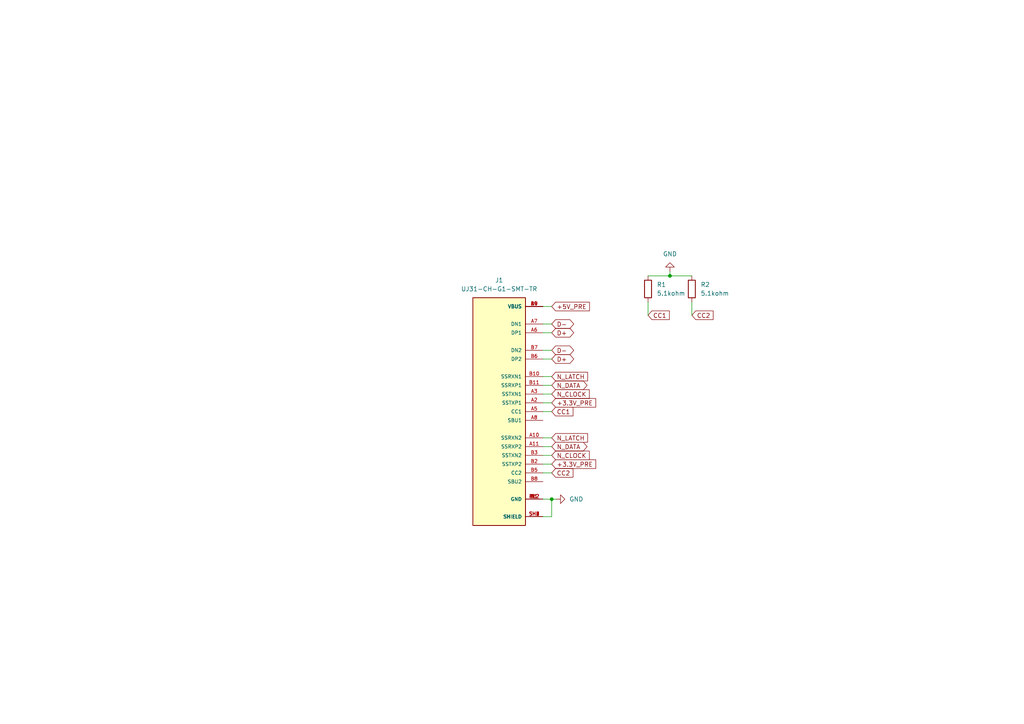
<source format=kicad_sch>
(kicad_sch (version 20230121) (generator eeschema)
  (paper "A4")
  (lib_symbols
    (symbol "Device:R" (pin_numbers hide) (pin_names (offset 0))
      (property "Reference" "R" (at 2.032 0 90))
      (property "Value" "R" (at 0 0 90))
      (symbol "R_0_1"
        (rectangle (start -1.016 -2.54) (end 1.016 2.54) (stroke (width 0.254)))
      )
      (symbol "R_1_1"
        (pin passive line (at 0 3.81 270) (length 1.27) (name "~") (number "1"))
        (pin passive line (at 0 -3.81 90) (length 1.27) (name "~") (number "2"))
      )
    )
    (symbol "hhl:UJ31-CH-G1-SMT-TR" (pin_names (offset 1.016))
      (property "Reference" "J" (at -7.6299 33.063 0))
      (property "Value" "UJ31-CH-G1-SMT-TR" (at -7.6244 -35.5807 0))
      (symbol "UJ31-CH-G1-SMT-TR_0_0"
        (rectangle (start -7.62 -33.02) (end 7.62 33.02) (stroke (width 0.254)) (fill (type background)))
        (pin power_in line (at 12.7 -25.4 180) (length 5.08) (name "GND") (number "A1"))
        (pin bidirectional line (at 12.7 -7.62 180) (length 5.08) (name "SSRXN2") (number "A10"))
        (pin bidirectional line (at 12.7 -10.16 180) (length 5.08) (name "SSRXP2") (number "A11"))
        (pin power_in line (at 12.7 -25.4 180) (length 5.08) (name "GND") (number "A12"))
        (pin bidirectional line (at 12.7 2.54 180) (length 5.08) (name "SSTXP1") (number "A2"))
        (pin bidirectional line (at 12.7 5.08 180) (length 5.08) (name "SSTXN1") (number "A3"))
        (pin power_in line (at 12.7 30.48 180) (length 5.08) (name "VBUS") (number "A4"))
        (pin bidirectional line (at 12.7 0 180) (length 5.08) (name "CC1") (number "A5"))
        (pin bidirectional line (at 12.7 22.86 180) (length 5.08) (name "DP1") (number "A6"))
        (pin bidirectional line (at 12.7 25.4 180) (length 5.08) (name "DN1") (number "A7"))
        (pin bidirectional line (at 12.7 -2.54 180) (length 5.08) (name "SBU1") (number "A8"))
        (pin power_in line (at 12.7 30.48 180) (length 5.08) (name "VBUS") (number "A9"))
        (pin power_in line (at 12.7 -25.4 180) (length 5.08) (name "GND") (number "B1"))
        (pin bidirectional line (at 12.7 10.16 180) (length 5.08) (name "SSRXN1") (number "B10"))
        (pin bidirectional line (at 12.7 7.62 180) (length 5.08) (name "SSRXP1") (number "B11"))
        (pin power_in line (at 12.7 -25.4 180) (length 5.08) (name "GND") (number "B12"))
        (pin bidirectional line (at 12.7 -15.24 180) (length 5.08) (name "SSTXP2") (number "B2"))
        (pin bidirectional line (at 12.7 -12.7 180) (length 5.08) (name "SSTXN2") (number "B3"))
        (pin power_in line (at 12.7 30.48 180) (length 5.08) (name "VBUS") (number "B4"))
        (pin bidirectional line (at 12.7 -17.78 180) (length 5.08) (name "CC2") (number "B5"))
        (pin bidirectional line (at 12.7 15.24 180) (length 5.08) (name "DP2") (number "B6"))
        (pin bidirectional line (at 12.7 17.78 180) (length 5.08) (name "DN2") (number "B7"))
        (pin bidirectional line (at 12.7 -20.32 180) (length 5.08) (name "SBU2") (number "B8"))
        (pin power_in line (at 12.7 30.48 180) (length 5.08) (name "VBUS") (number "B9"))
        (pin power_in line (at 12.7 -30.48 180) (length 5.08) (name "SHIELD") (number "SH1"))
        (pin power_in line (at 12.7 -30.48 180) (length 5.08) (name "SHIELD") (number "SH2"))
        (pin power_in line (at 12.7 -30.48 180) (length 5.08) (name "SHIELD") (number "SH3"))
        (pin power_in line (at 12.7 -30.48 180) (length 5.08) (name "SHIELD") (number "SH4"))
        (pin power_in line (at 12.7 -30.48 180) (length 5.08) (name "SHIELD") (number "SH5"))
        (pin power_in line (at 12.7 -30.48 180) (length 5.08) (name "SHIELD") (number "SH6"))
      )
    )
    (symbol "power:GND" (power) (pin_names (offset 0))
      (property "Value" "GND" (at 0 -3.81 0))
      (symbol "GND_0_1"
        (polyline (pts (xy 0 0) (xy 0 -1.27) (xy 1.27 -1.27) (xy 0 -2.54) (xy -1.27 -1.27) (xy 0 -1.27)))
      )
      (symbol "GND_1_1"
        (pin power_in line (at 0 0 270) (length 0) hide (name "GND") (number "1"))
      )
    )
  )
  (junction (at 194.31 80.01))
  (junction (at 160.02 144.78))
  (wire (pts (xy 157.48 109.22) (xy 160.02 109.22)))
  (wire (pts (xy 157.48 101.6) (xy 160.02 101.6)))
  (wire (pts (xy 157.48 134.62) (xy 160.02 134.62)))
  (wire (pts (xy 194.31 80.01) (xy 194.31 78.74)))
  (wire (pts (xy 157.48 93.98) (xy 160.02 93.98)))
  (wire (pts (xy 157.48 111.76) (xy 160.02 111.76)))
  (wire (pts (xy 160.02 144.78) (xy 161.29 144.78)))
  (wire (pts (xy 157.48 104.14) (xy 160.02 104.14)))
  (wire (pts (xy 157.48 132.08) (xy 160.02 132.08)))
  (wire (pts (xy 157.48 137.16) (xy 160.02 137.16)))
  (wire (pts (xy 160.02 149.86) (xy 160.02 144.78)))
  (wire (pts (xy 200.66 87.63) (xy 200.66 91.44)))
  (wire (pts (xy 157.48 119.38) (xy 160.02 119.38)))
  (wire (pts (xy 187.96 87.63) (xy 187.96 91.44)))
  (wire (pts (xy 157.48 116.84) (xy 160.02 116.84)))
  (wire (pts (xy 157.48 96.52) (xy 160.02 96.52)))
  (wire (pts (xy 157.48 129.54) (xy 160.02 129.54)))
  (wire (pts (xy 157.48 114.3) (xy 160.02 114.3)))
  (wire (pts (xy 194.31 80.01) (xy 200.66 80.01)))
  (wire (pts (xy 187.96 80.01) (xy 194.31 80.01)))
  (wire (pts (xy 157.48 88.9) (xy 160.02 88.9)))
  (wire (pts (xy 157.48 127) (xy 160.02 127)))
  (wire (pts (xy 157.48 149.86) (xy 160.02 149.86)))
  (wire (pts (xy 157.48 144.78) (xy 160.02 144.78)))
  (global_label "D-" (shape bidirectional) (at 160.02 101.6 0) (property "Intersheetrefs" "${INTERSHEET_REFS}" (effects hide)))
  (global_label "N_CLOCK" (shape input) (at 160.02 114.3 0) (property "Intersheetrefs" "${INTERSHEET_REFS}" (effects hide)))
  (global_label "+5V_PRE" (shape input) (at 160.02 88.9 0) (property "Intersheetrefs" "${INTERSHEET_REFS}" (effects hide)))
  (global_label "N_DATA" (shape bidirectional) (at 160.02 111.76 0) (property "Intersheetrefs" "${INTERSHEET_REFS}" (effects hide)))
  (global_label "CC1" (shape input) (at 160.02 119.38 0) (property "Intersheetrefs" "${INTERSHEET_REFS}" (effects hide)))
  (global_label "D+" (shape bidirectional) (at 160.02 104.14 0) (property "Intersheetrefs" "${INTERSHEET_REFS}" (effects hide)))
  (global_label "+3.3V_PRE" (shape input) (at 160.02 134.62 0) (property "Intersheetrefs" "${INTERSHEET_REFS}" (effects hide)))
  (global_label "N_LATCH" (shape input) (at 160.02 109.22 0) (property "Intersheetrefs" "${INTERSHEET_REFS}" (effects hide)))
  (global_label "+3.3V_PRE" (shape input) (at 160.02 116.84 0) (property "Intersheetrefs" "${INTERSHEET_REFS}" (effects hide)))
  (global_label "CC1" (shape input) (at 187.96 91.44 0) (property "Intersheetrefs" "${INTERSHEET_REFS}" (effects hide)))
  (global_label "N_CLOCK" (shape input) (at 160.02 132.08 0) (property "Intersheetrefs" "${INTERSHEET_REFS}" (effects hide)))
  (global_label "D-" (shape bidirectional) (at 160.02 93.98 0) (property "Intersheetrefs" "${INTERSHEET_REFS}" (effects hide)))
  (global_label "CC2" (shape input) (at 160.02 137.16 0) (property "Intersheetrefs" "${INTERSHEET_REFS}" (effects hide)))
  (global_label "N_DATA" (shape bidirectional) (at 160.02 129.54 0) (property "Intersheetrefs" "${INTERSHEET_REFS}" (effects hide)))
  (global_label "N_LATCH" (shape input) (at 160.02 127 0) (property "Intersheetrefs" "${INTERSHEET_REFS}" (effects hide)))
  (global_label "D+" (shape bidirectional) (at 160.02 96.52 0) (property "Intersheetrefs" "${INTERSHEET_REFS}" (effects hide)))
  (global_label "CC2" (shape input) (at 200.66 91.44 0) (property "Intersheetrefs" "${INTERSHEET_REFS}" (effects hide)))
  (symbol (lib_id "Device:R") (at 187.96 83.82 0) (unit 1)
    (property "Reference" "R1" (at 190.5 82.55 0) (effects (justify left)))
    (property "Value" "5.1kohm" (at 190.5 85.09 0) (effects (justify left)))
    (property "Footprint" "Resistor_SMD:R_0603_1608Metric" (effects hide))
  )
  (symbol (lib_id "Device:R") (at 200.66 83.82 0) (unit 1)
    (property "Reference" "R2" (at 203.2 82.55 0) (effects (justify left)))
    (property "Value" "5.1kohm" (at 203.2 85.09 0) (effects (justify left)))
    (property "Footprint" "Resistor_SMD:R_0603_1608Metric" (effects hide))
  )
  (symbol (lib_id "hhl:UJ31-CH-G1-SMT-TR") (at 144.78 119.38 0) (unit 1)
    (property "Reference" "J1" (at 144.78 81.28 0))
    (property "Value" "UJ31-CH-G1-SMT-TR" (at 144.78 83.82 0))
    (property "Footprint" "hhl:CUI_UJ31-CH-G1-SMT-TR" (effects hide))
    (property "MF" "CUI Devices" (effects hide))
    (property "Description" "Type C, USB 3.2 Gen 2, 10 Gbps, 20 Vac, 5 A, Right Angle, Surface Mount, Black Insulator, USB Receptacle" (effects hide))
    (property "Package" "None" (effects hide))
    (property "Price" "None" (effects hide))
    (property "Check_prices" "https://www.snapeda.com/parts/UJ31-CH-G1-SMT-TR/CUI+Devices/view-part/?ref=eda" (effects hide))
    (property "PART_REV" "1.01" (effects hide))
    (property "STANDARD" "MANUFACTURER RECOMMENDATIONS" (effects hide))
    (property "SnapEDA_Link" "https://www.snapeda.com/parts/UJ31-CH-G1-SMT-TR/CUI+Devices/view-part/?ref=snap" (effects hide))
    (property "MP" "UJ31-CH-G1-SMT-TR" (effects hide))
    (property "Purchase-URL" "https://www.snapeda.com/api/url_track_click_mouser/?unipart_id=2754415&manufacturer=CUI Devices&part_name=UJ31-CH-G1-SMT-TR&search_term=None" (effects hide))
    (property "CUI_purchase_URL" "https://www.cuidevices.com/product/interconnect/connectors/usb-connectors/uj31-ch-g1-smt-tr?utm_source=snapeda.com&utm_medium=referral&utm_campaign=snapedaBOM" (effects hide))
    (property "Availability" "In Stock" (effects hide))
    (property "MANUFACTURER" "CUI INC" (effects hide))
  )
  (symbol (lib_id "power:GND") (at 194.31 78.74 180) (unit 1)
    (property "Reference" "#PWR01" (effects hide))
    (property "Value" "GND" (at 194.31 73.66 0))
  )
  (symbol (lib_id "power:GND") (at 161.29 144.78 90) (unit 1)
    (property "Reference" "#PWR02" (effects hide))
    (property "Value" "GND" (at 165.1 144.78 90) (effects (justify right)))
  )
)
</source>
